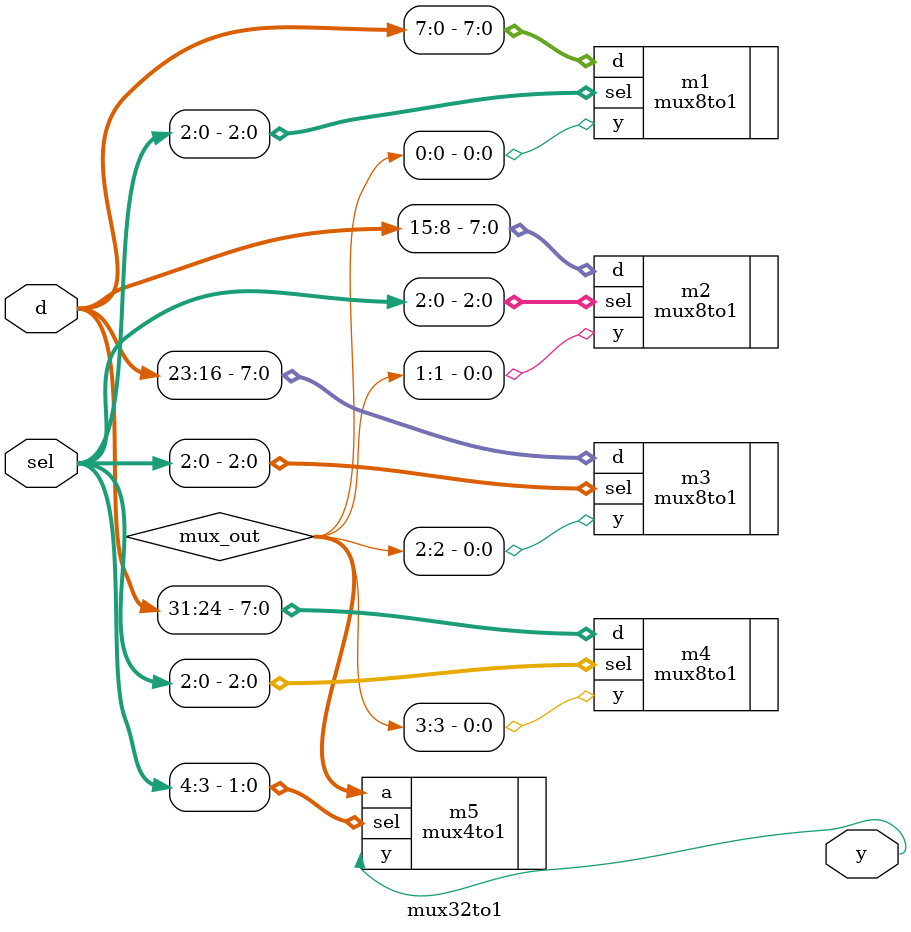
<source format=v>
`timescale 1ns / 1ps
module mux32to1(
    input wire [31:0] d,    // 32 inputs
    input wire [4:0] sel,   // 5-bit select line
    output wire y           // Output
);

    wire [3:0] mux_out;  
    
    // 8-to-1 MUXes
    mux8to1 m1 (.d(d[7:0]), .sel(sel[2:0]), .y(mux_out[0]));
    mux8to1 m2 (.d(d[15:8]), .sel(sel[2:0]), .y(mux_out[1]));
    mux8to1 m3 (.d(d[23:16]), .sel(sel[2:0]), .y(mux_out[2]));
    mux8to1 m4 (.d(d[31:24]), .sel(sel[2:0]), .y(mux_out[3]));
    
    // 4-to-1 MUX for the final selection
    mux4to1 m5 (.a(mux_out),.sel(sel[4:3]), .y(y));

endmodule

</source>
